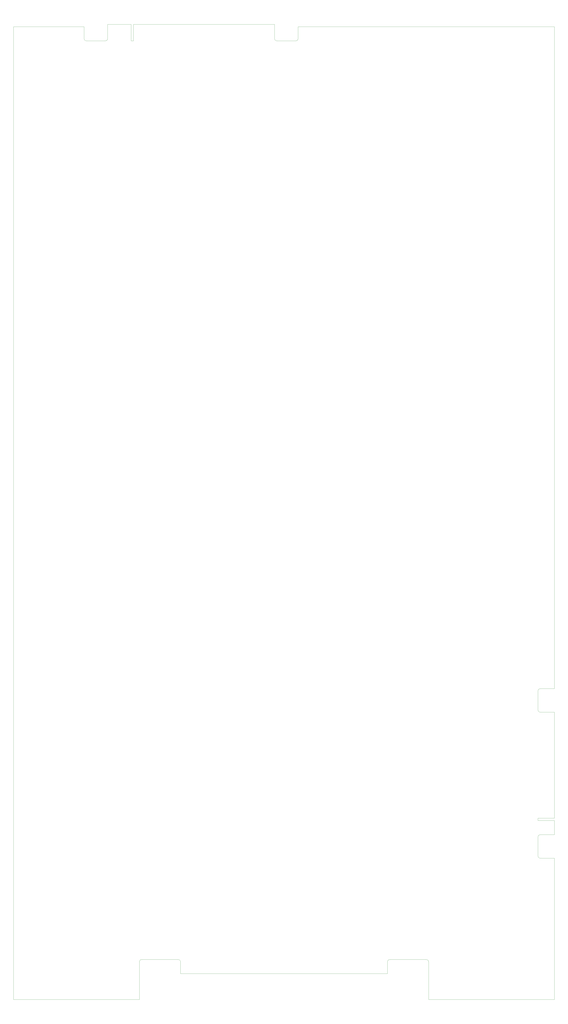
<source format=gbr>
G04 #@! TF.GenerationSoftware,KiCad,Pcbnew,(5.1.5)-3*
G04 #@! TF.CreationDate,2021-05-26T21:19:59-06:00*
G04 #@! TF.ProjectId,star_wars_arcade_main_pcb,73746172-5f77-4617-9273-5f6172636164,rev?*
G04 #@! TF.SameCoordinates,Original*
G04 #@! TF.FileFunction,Profile,NP*
%FSLAX46Y46*%
G04 Gerber Fmt 4.6, Leading zero omitted, Abs format (unit mm)*
G04 Created by KiCad (PCBNEW (5.1.5)-3) date 2021-05-26 21:19:59*
%MOMM*%
%LPD*%
G04 APERTURE LIST*
%ADD10C,0.050000*%
%ADD11C,0.025400*%
G04 APERTURE END LIST*
D10*
X307340000Y-461010000D02*
X316230000Y-461010000D01*
X307340000Y-462280000D02*
X307340000Y-461010000D01*
X316230000Y-462280000D02*
X307340000Y-462280000D01*
X316230000Y-469900000D02*
X316230000Y-462280000D01*
X316230000Y-403860000D02*
X316230000Y-461010000D01*
X316230000Y-391160000D02*
X316230000Y-34290000D01*
X308610000Y-391160000D02*
X316230000Y-391160000D01*
D11*
X307340000Y-402590000D02*
X307340000Y-392430000D01*
D10*
X308610000Y-403860000D02*
X316230000Y-403860000D01*
D11*
X308610000Y-391160000D02*
G75*
G03X307340000Y-392430000I0J-1270000D01*
G01*
X307340000Y-402590000D02*
G75*
G03X308610000Y-403860000I1270000J0D01*
G01*
D10*
X308610000Y-469900000D02*
X316230000Y-469900000D01*
X308610000Y-482600000D02*
X316230000Y-482600000D01*
X316230000Y-558800000D02*
X316230000Y-482600000D01*
D11*
X307340000Y-481330000D02*
G75*
G03X308610000Y-482600000I1270000J0D01*
G01*
X308610000Y-469900000D02*
G75*
G03X307340000Y-471170000I0J-1270000D01*
G01*
X307340000Y-481330000D02*
X307340000Y-471170000D01*
X165100000Y-33020000D02*
X88900000Y-33020000D01*
X165100000Y-40640000D02*
X165100000Y-33020000D01*
X176530000Y-41910000D02*
X166370000Y-41910000D01*
X165100000Y-40640000D02*
G75*
G03X166370000Y-41910000I1270000J0D01*
G01*
X176530000Y-41910000D02*
G75*
G03X177800000Y-40640000I0J1270000D01*
G01*
X24130000Y-558800000D02*
X24130000Y-34290000D01*
X177800000Y-34290000D02*
X316230000Y-34290000D01*
X87630000Y-33020000D02*
X87630000Y-41910000D01*
X73660000Y-41910000D02*
X63500000Y-41910000D01*
X62230000Y-40640000D02*
G75*
G03X63500000Y-41910000I1270000J0D01*
G01*
X24130000Y-34290000D02*
X62230000Y-34290000D01*
X87630000Y-41910000D02*
X88900000Y-41910000D01*
X73660000Y-41910000D02*
G75*
G03X74930000Y-40640000I0J1270000D01*
G01*
X88900000Y-41910000D02*
X88900000Y-33020000D01*
X74930000Y-33020000D02*
X87630000Y-33020000D01*
X227330000Y-537210000D02*
G75*
G03X226060000Y-538480000I0J-1270000D01*
G01*
X93345000Y-537210000D02*
X113030000Y-537210000D01*
X226060000Y-544830000D02*
X114300000Y-544830000D01*
X62230000Y-40640000D02*
X62230000Y-34290000D01*
X226060000Y-538480000D02*
X226060000Y-544830000D01*
X114300000Y-544830000D02*
X114300000Y-538480000D01*
X93345000Y-537210000D02*
G75*
G03X92075000Y-538480000I0J-1270000D01*
G01*
X74930000Y-40640000D02*
X74930000Y-33020000D01*
X24130000Y-558800000D02*
X92075000Y-558800000D01*
X248285000Y-558800000D02*
X248285000Y-538480000D01*
X248285000Y-538480000D02*
G75*
G03X247015000Y-537210000I-1270000J0D01*
G01*
X177800000Y-40640000D02*
X177800000Y-34290000D01*
X316230000Y-558800000D02*
X248285000Y-558800000D01*
X92075000Y-558800000D02*
X92075000Y-538480000D01*
X247015000Y-537210000D02*
X227330000Y-537210000D01*
X114300000Y-538480000D02*
G75*
G03X113030000Y-537210000I-1270000J0D01*
G01*
M02*

</source>
